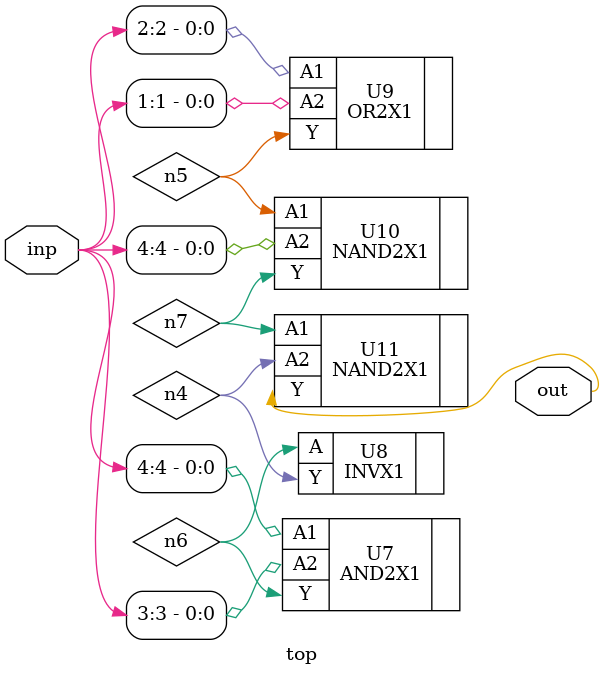
<source format=sv>


module top ( inp, out );
  input [4:0] inp;
  output out;
  wire   n4, n5, n6, n7;

  AND2X1 U7 ( .A1(inp[4]), .A2(inp[3]), .Y(n6) );
  INVX1 U8 ( .A(n6), .Y(n4) );
  OR2X1 U9 ( .A1(inp[2]), .A2(inp[1]), .Y(n5) );
  NAND2X1 U10 ( .A1(n5), .A2(inp[4]), .Y(n7) );
  NAND2X1 U11 ( .A1(n7), .A2(n4), .Y(out) );
endmodule


</source>
